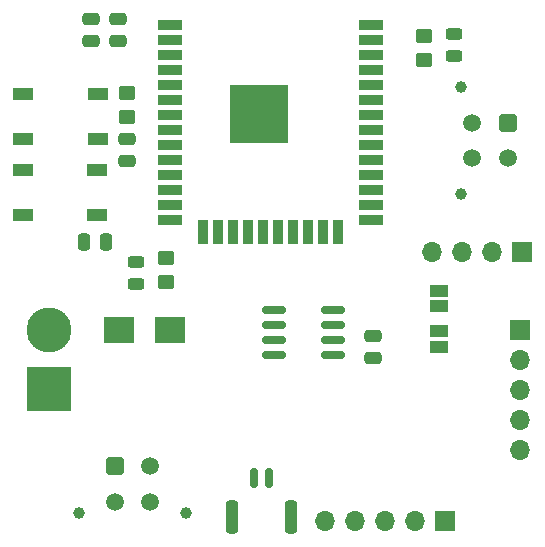
<source format=gts>
G04 #@! TF.GenerationSoftware,KiCad,Pcbnew,6.0.4-6f826c9f35~116~ubuntu18.04.1*
G04 #@! TF.CreationDate,2022-06-24T10:17:27+08:00*
G04 #@! TF.ProjectId,ESP32_CAN_TEST,45535033-325f-4434-914e-5f544553542e,rev?*
G04 #@! TF.SameCoordinates,Original*
G04 #@! TF.FileFunction,Soldermask,Top*
G04 #@! TF.FilePolarity,Negative*
%FSLAX46Y46*%
G04 Gerber Fmt 4.6, Leading zero omitted, Abs format (unit mm)*
G04 Created by KiCad (PCBNEW 6.0.4-6f826c9f35~116~ubuntu18.04.1) date 2022-06-24 10:17:27*
%MOMM*%
%LPD*%
G01*
G04 APERTURE LIST*
G04 Aperture macros list*
%AMRoundRect*
0 Rectangle with rounded corners*
0 $1 Rounding radius*
0 $2 $3 $4 $5 $6 $7 $8 $9 X,Y pos of 4 corners*
0 Add a 4 corners polygon primitive as box body*
4,1,4,$2,$3,$4,$5,$6,$7,$8,$9,$2,$3,0*
0 Add four circle primitives for the rounded corners*
1,1,$1+$1,$2,$3*
1,1,$1+$1,$4,$5*
1,1,$1+$1,$6,$7*
1,1,$1+$1,$8,$9*
0 Add four rect primitives between the rounded corners*
20,1,$1+$1,$2,$3,$4,$5,0*
20,1,$1+$1,$4,$5,$6,$7,0*
20,1,$1+$1,$6,$7,$8,$9,0*
20,1,$1+$1,$8,$9,$2,$3,0*%
G04 Aperture macros list end*
%ADD10RoundRect,0.250000X0.450000X-0.350000X0.450000X0.350000X-0.450000X0.350000X-0.450000X-0.350000X0*%
%ADD11RoundRect,0.243750X0.456250X-0.243750X0.456250X0.243750X-0.456250X0.243750X-0.456250X-0.243750X0*%
%ADD12R,1.500000X1.000000*%
%ADD13R,1.700000X1.000000*%
%ADD14RoundRect,0.250000X-0.475000X0.250000X-0.475000X-0.250000X0.475000X-0.250000X0.475000X0.250000X0*%
%ADD15C,1.000000*%
%ADD16RoundRect,0.250001X-0.499999X-0.499999X0.499999X-0.499999X0.499999X0.499999X-0.499999X0.499999X0*%
%ADD17C,1.500000*%
%ADD18RoundRect,0.243750X-0.456250X0.243750X-0.456250X-0.243750X0.456250X-0.243750X0.456250X0.243750X0*%
%ADD19RoundRect,0.150000X0.825000X0.150000X-0.825000X0.150000X-0.825000X-0.150000X0.825000X-0.150000X0*%
%ADD20R,1.700000X1.700000*%
%ADD21O,1.700000X1.700000*%
%ADD22R,3.800000X3.800000*%
%ADD23C,3.800000*%
%ADD24RoundRect,0.250000X0.475000X-0.250000X0.475000X0.250000X-0.475000X0.250000X-0.475000X-0.250000X0*%
%ADD25R,2.000000X0.900000*%
%ADD26R,0.900000X2.000000*%
%ADD27R,5.000000X5.000000*%
%ADD28RoundRect,0.150000X0.150000X0.700000X-0.150000X0.700000X-0.150000X-0.700000X0.150000X-0.700000X0*%
%ADD29RoundRect,0.250000X0.250000X1.150000X-0.250000X1.150000X-0.250000X-1.150000X0.250000X-1.150000X0*%
%ADD30RoundRect,0.250000X-0.450000X0.350000X-0.450000X-0.350000X0.450000X-0.350000X0.450000X0.350000X0*%
%ADD31RoundRect,0.250001X-0.499999X0.499999X-0.499999X-0.499999X0.499999X-0.499999X0.499999X0.499999X0*%
%ADD32RoundRect,0.250000X-0.250000X-0.475000X0.250000X-0.475000X0.250000X0.475000X-0.250000X0.475000X0*%
%ADD33R,2.500000X2.300000*%
G04 APERTURE END LIST*
D10*
X142240000Y-80772000D03*
X142240000Y-78772000D03*
D11*
X144780000Y-80439500D03*
X144780000Y-78564500D03*
D12*
X143510000Y-103744000D03*
X143510000Y-105044000D03*
X143510000Y-101600000D03*
X143510000Y-100300000D03*
D13*
X114656000Y-87498000D03*
X108356000Y-87498000D03*
X114656000Y-83698000D03*
X108356000Y-83698000D03*
X108330600Y-93898800D03*
X114630600Y-93898800D03*
X108330600Y-90098800D03*
X114630600Y-90098800D03*
D14*
X137922000Y-104140000D03*
X137922000Y-106040000D03*
D15*
X122102000Y-119119000D03*
X113102000Y-119119000D03*
D16*
X116102000Y-115179000D03*
D17*
X119102000Y-115179000D03*
X116102000Y-118179000D03*
X119102000Y-118179000D03*
D18*
X117856000Y-97868500D03*
X117856000Y-99743500D03*
D19*
X134555000Y-105791000D03*
X134555000Y-104521000D03*
X134555000Y-103251000D03*
X134555000Y-101981000D03*
X129605000Y-101981000D03*
X129605000Y-103251000D03*
X129605000Y-104521000D03*
X129605000Y-105791000D03*
D20*
X144038400Y-119786400D03*
D21*
X141498400Y-119786400D03*
X138958400Y-119786400D03*
X136418400Y-119786400D03*
X133878400Y-119786400D03*
D22*
X110490000Y-108672000D03*
D23*
X110490000Y-103672000D03*
D20*
X150612000Y-97053000D03*
D21*
X148072000Y-97053000D03*
X145532000Y-97053000D03*
X142992000Y-97053000D03*
D24*
X114046000Y-79182000D03*
X114046000Y-77282000D03*
X116332000Y-79182000D03*
X116332000Y-77282000D03*
D14*
X117094000Y-87442000D03*
X117094000Y-89342000D03*
D20*
X150418800Y-103637000D03*
D21*
X150418800Y-106177000D03*
X150418800Y-108717000D03*
X150418800Y-111257000D03*
X150418800Y-113797000D03*
D25*
X120786000Y-77851000D03*
X120786000Y-79121000D03*
X120786000Y-80391000D03*
X120786000Y-81661000D03*
X120786000Y-82931000D03*
X120786000Y-84201000D03*
X120786000Y-85471000D03*
X120786000Y-86741000D03*
X120786000Y-88011000D03*
X120786000Y-89281000D03*
X120786000Y-90551000D03*
X120786000Y-91821000D03*
X120786000Y-93091000D03*
X120786000Y-94361000D03*
D26*
X123571000Y-95361000D03*
X124841000Y-95361000D03*
X126111000Y-95361000D03*
X127381000Y-95361000D03*
X128651000Y-95361000D03*
X129921000Y-95361000D03*
X131191000Y-95361000D03*
X132461000Y-95361000D03*
X133731000Y-95361000D03*
X135001000Y-95361000D03*
D25*
X137786000Y-94361000D03*
X137786000Y-93091000D03*
X137786000Y-91821000D03*
X137786000Y-90551000D03*
X137786000Y-89281000D03*
X137786000Y-88011000D03*
X137786000Y-86741000D03*
X137786000Y-85471000D03*
X137786000Y-84201000D03*
X137786000Y-82931000D03*
X137786000Y-81661000D03*
X137786000Y-80391000D03*
X137786000Y-79121000D03*
X137786000Y-77851000D03*
D27*
X128286000Y-85351000D03*
D28*
X129149000Y-116160000D03*
X127899000Y-116160000D03*
D29*
X130999000Y-119510000D03*
X126049000Y-119510000D03*
D30*
X117094000Y-83582000D03*
X117094000Y-85582000D03*
D15*
X145412000Y-83106000D03*
X145412000Y-92106000D03*
D31*
X149352000Y-86106000D03*
D17*
X149352000Y-89106000D03*
X146352000Y-86106000D03*
X146352000Y-89106000D03*
D32*
X113451600Y-96189800D03*
X115351600Y-96189800D03*
D30*
X120396000Y-97552000D03*
X120396000Y-99552000D03*
D33*
X120768000Y-103632000D03*
X116468000Y-103632000D03*
M02*

</source>
